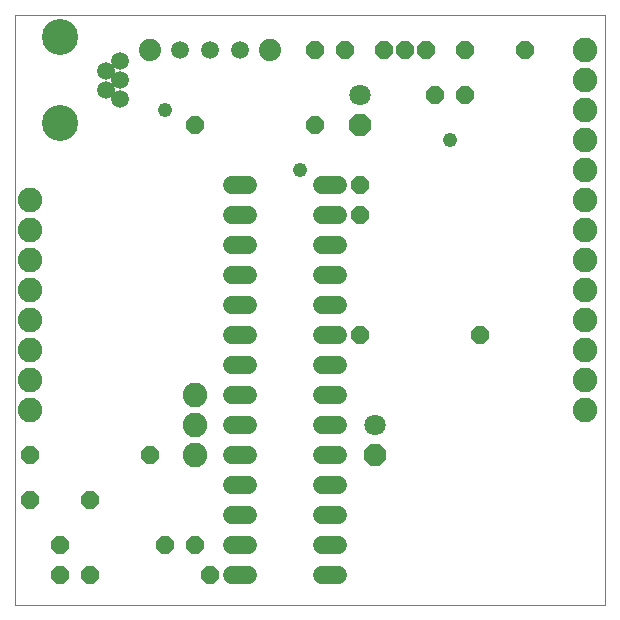
<source format=gbs>
G75*
%MOIN*%
%OFA0B0*%
%FSLAX25Y25*%
%IPPOS*%
%LPD*%
%AMOC8*
5,1,8,0,0,1.08239X$1,22.5*
%
%ADD10C,0.00000*%
%ADD11OC8,0.06000*%
%ADD12C,0.08200*%
%ADD13C,0.06000*%
%ADD14C,0.05950*%
%ADD15C,0.07400*%
%ADD16OC8,0.05950*%
%ADD17C,0.12020*%
%ADD18C,0.07100*%
%ADD19OC8,0.07100*%
%ADD20C,0.04762*%
D10*
X0013667Y0031998D02*
X0013667Y0228849D01*
X0210517Y0228849D01*
X0210517Y0031998D01*
X0013667Y0031998D01*
D11*
X0028667Y0041998D03*
X0038667Y0041998D03*
X0028667Y0051998D03*
X0018667Y0081998D03*
X0058667Y0081998D03*
X0063667Y0051998D03*
X0073667Y0051998D03*
X0078667Y0041998D03*
X0128667Y0121998D03*
X0128667Y0161998D03*
X0128667Y0171998D03*
X0113667Y0191998D03*
X0113667Y0216998D03*
X0123667Y0216998D03*
X0136667Y0216998D03*
X0143667Y0216998D03*
X0150667Y0216998D03*
X0153667Y0201998D03*
X0163667Y0201998D03*
X0168667Y0121998D03*
X0073667Y0191998D03*
D12*
X0018667Y0166998D03*
X0018667Y0156998D03*
X0018667Y0146998D03*
X0018667Y0136998D03*
X0018667Y0126998D03*
X0018667Y0116998D03*
X0018667Y0106998D03*
X0018667Y0096998D03*
X0073667Y0091998D03*
X0073667Y0081998D03*
X0073667Y0101998D03*
X0203667Y0096998D03*
X0203667Y0106998D03*
X0203667Y0116998D03*
X0203667Y0126998D03*
X0203667Y0136998D03*
X0203667Y0146998D03*
X0203667Y0156998D03*
X0203667Y0166998D03*
X0203667Y0176998D03*
X0203667Y0186998D03*
X0203667Y0196998D03*
X0203667Y0206998D03*
X0203667Y0216998D03*
D13*
X0121267Y0171998D02*
X0116067Y0171998D01*
X0116067Y0161998D02*
X0121267Y0161998D01*
X0121267Y0151998D02*
X0116067Y0151998D01*
X0116067Y0141998D02*
X0121267Y0141998D01*
X0121267Y0131998D02*
X0116067Y0131998D01*
X0121267Y0131998D01*
X0121267Y0121998D02*
X0116067Y0121998D01*
X0116067Y0111998D02*
X0121267Y0111998D01*
X0121267Y0101998D02*
X0116067Y0101998D01*
X0116067Y0091998D02*
X0121267Y0091998D01*
X0121267Y0081998D02*
X0116067Y0081998D01*
X0116067Y0071998D02*
X0121267Y0071998D01*
X0121267Y0061998D02*
X0116067Y0061998D01*
X0116067Y0051998D02*
X0121267Y0051998D01*
X0121267Y0041998D02*
X0116067Y0041998D01*
X0091267Y0041998D02*
X0086067Y0041998D01*
X0086067Y0051998D02*
X0091267Y0051998D01*
X0091267Y0061998D02*
X0086067Y0061998D01*
X0086067Y0071998D02*
X0091267Y0071998D01*
X0091267Y0081998D02*
X0086067Y0081998D01*
X0086067Y0091998D02*
X0091267Y0091998D01*
X0091267Y0101998D02*
X0086067Y0101998D01*
X0086067Y0111998D02*
X0091267Y0111998D01*
X0091267Y0121998D02*
X0086067Y0121998D01*
X0086067Y0131998D02*
X0091267Y0131998D01*
X0091267Y0141998D02*
X0086067Y0141998D01*
X0086067Y0151998D02*
X0091267Y0151998D01*
X0091267Y0161998D02*
X0086067Y0161998D01*
X0086067Y0171998D02*
X0091267Y0171998D01*
D14*
X0088667Y0216998D03*
X0078667Y0216998D03*
X0068667Y0216998D03*
X0048745Y0213297D03*
X0044021Y0210148D03*
X0048745Y0206998D03*
X0044021Y0203849D03*
X0048745Y0200699D03*
D15*
X0058667Y0216998D03*
X0098667Y0216998D03*
D16*
X0163667Y0216998D03*
X0183667Y0216998D03*
X0038667Y0066998D03*
X0018667Y0066998D03*
D17*
X0028667Y0192628D03*
X0028667Y0221368D03*
D18*
X0128667Y0201998D03*
X0133667Y0091998D03*
D19*
X0133667Y0081998D03*
X0128667Y0191998D03*
D20*
X0108667Y0176998D03*
X0063667Y0196998D03*
X0158667Y0186998D03*
M02*

</source>
